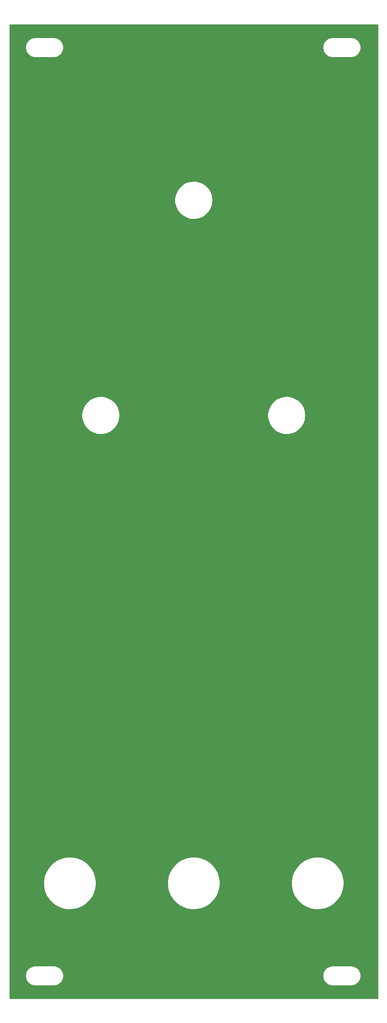
<source format=gbr>
G04 #@! TF.GenerationSoftware,KiCad,Pcbnew,(5.0.2-5)-5*
G04 #@! TF.CreationDate,2021-05-21T23:49:56+01:00*
G04 #@! TF.ProjectId,VCA_Kicad_Project-20210521,5643415f-4b69-4636-9164-5f50726f6a65,rev?*
G04 #@! TF.SameCoordinates,Original*
G04 #@! TF.FileFunction,Copper,L2,Bot*
G04 #@! TF.FilePolarity,Positive*
%FSLAX46Y46*%
G04 Gerber Fmt 4.6, Leading zero omitted, Abs format (unit mm)*
G04 Created by KiCad (PCBNEW (5.0.2-5)-5) date Friday, 21 May 2021 at 23:49:56*
%MOMM*%
%LPD*%
G01*
G04 APERTURE LIST*
G04 #@! TA.AperFunction,ComponentPad*
%ADD10C,4.000000*%
G04 #@! TD*
G04 #@! TA.AperFunction,Conductor*
%ADD11C,0.254000*%
G04 #@! TD*
G04 APERTURE END LIST*
D10*
G04 #@! TO.P,H1,1*
G04 #@! TO.N,GND*
X163869480Y-82707520D03*
G04 #@! TD*
G04 #@! TO.P,H2,1*
G04 #@! TO.N,GND*
X125769480Y-82707520D03*
G04 #@! TD*
G04 #@! TO.P,H3,1*
G04 #@! TO.N,GND*
X144819480Y-38657520D03*
G04 #@! TD*
D11*
G04 #@! TO.N,GND*
G36*
X190992481Y-201980520D02*
X115646480Y-201980520D01*
X115646480Y-197315466D01*
X118792480Y-197315466D01*
X118792480Y-197499573D01*
X118799046Y-197532583D01*
X118876047Y-198018744D01*
X118876047Y-198018745D01*
X118917330Y-198145801D01*
X119144593Y-198591830D01*
X119223118Y-198699911D01*
X119577090Y-199053882D01*
X119685170Y-199132407D01*
X120131199Y-199359670D01*
X120258255Y-199400953D01*
X120744412Y-199477953D01*
X120777426Y-199484520D01*
X124661534Y-199484520D01*
X124694548Y-199477953D01*
X125180705Y-199400953D01*
X125307761Y-199359670D01*
X125753790Y-199132407D01*
X125764924Y-199124318D01*
X125861871Y-199053882D01*
X126215842Y-198699910D01*
X126294367Y-198591830D01*
X126521630Y-198145801D01*
X126562913Y-198018745D01*
X126562913Y-198018744D01*
X126639914Y-197532584D01*
X126646480Y-197499573D01*
X126646480Y-197315466D01*
X179752480Y-197315466D01*
X179752480Y-197499573D01*
X179759046Y-197532583D01*
X179836047Y-198018744D01*
X179836047Y-198018745D01*
X179877330Y-198145801D01*
X180104593Y-198591830D01*
X180183118Y-198699911D01*
X180537090Y-199053882D01*
X180645170Y-199132407D01*
X181091199Y-199359670D01*
X181218255Y-199400953D01*
X181704412Y-199477953D01*
X181737426Y-199484520D01*
X185621534Y-199484520D01*
X185654548Y-199477953D01*
X186140705Y-199400953D01*
X186267761Y-199359670D01*
X186713790Y-199132407D01*
X186724924Y-199124318D01*
X186821871Y-199053882D01*
X187175842Y-198699910D01*
X187254367Y-198591830D01*
X187481630Y-198145801D01*
X187522913Y-198018745D01*
X187522913Y-198018744D01*
X187599914Y-197532584D01*
X187606480Y-197499573D01*
X187606480Y-197315466D01*
X187599913Y-197282452D01*
X187522913Y-196796295D01*
X187481630Y-196669239D01*
X187254367Y-196223210D01*
X187175842Y-196115130D01*
X187175841Y-196115129D01*
X186821871Y-195761158D01*
X186713790Y-195682633D01*
X186267761Y-195455370D01*
X186140705Y-195414087D01*
X185654548Y-195337087D01*
X185621534Y-195330520D01*
X181737426Y-195330520D01*
X181704412Y-195337087D01*
X181218255Y-195414087D01*
X181091199Y-195455370D01*
X180645170Y-195682633D01*
X180537090Y-195761158D01*
X180183118Y-196115129D01*
X180166516Y-196137980D01*
X180104593Y-196223210D01*
X179877330Y-196669239D01*
X179836047Y-196796295D01*
X179759047Y-197282452D01*
X179752480Y-197315466D01*
X126646480Y-197315466D01*
X126639913Y-197282452D01*
X126562913Y-196796295D01*
X126521630Y-196669239D01*
X126294367Y-196223210D01*
X126215842Y-196115130D01*
X126215841Y-196115129D01*
X125861871Y-195761158D01*
X125753790Y-195682633D01*
X125307761Y-195455370D01*
X125180705Y-195414087D01*
X124694548Y-195337087D01*
X124661534Y-195330520D01*
X120777426Y-195330520D01*
X120744412Y-195337087D01*
X120258255Y-195414087D01*
X120131199Y-195455370D01*
X119685170Y-195682633D01*
X119577090Y-195761158D01*
X119223118Y-196115129D01*
X119206516Y-196137980D01*
X119144593Y-196223210D01*
X118917330Y-196669239D01*
X118876047Y-196796295D01*
X118799047Y-197282452D01*
X118792480Y-197315466D01*
X115646480Y-197315466D01*
X115646480Y-178115500D01*
X122483228Y-178115500D01*
X122508579Y-179083583D01*
X122704961Y-180031876D01*
X123066167Y-180930406D01*
X123580782Y-181750771D01*
X124232537Y-182467041D01*
X125000831Y-183056574D01*
X125861381Y-183500737D01*
X126786985Y-183785490D01*
X127748386Y-183901832D01*
X128715194Y-183846086D01*
X129656851Y-183620015D01*
X130543592Y-183230762D01*
X131347388Y-182690634D01*
X132042832Y-182016702D01*
X132607942Y-181230269D01*
X133024855Y-180356192D01*
X133280393Y-179422101D01*
X133366480Y-178457520D01*
X133359015Y-178172446D01*
X133350911Y-178115500D01*
X147883228Y-178115500D01*
X147908579Y-179083583D01*
X148104961Y-180031876D01*
X148466167Y-180930406D01*
X148980782Y-181750771D01*
X149632537Y-182467041D01*
X150400831Y-183056574D01*
X151261381Y-183500737D01*
X152186985Y-183785490D01*
X153148386Y-183901832D01*
X154115194Y-183846086D01*
X155056851Y-183620015D01*
X155943592Y-183230762D01*
X156747388Y-182690634D01*
X157442832Y-182016702D01*
X158007942Y-181230269D01*
X158424855Y-180356192D01*
X158680393Y-179422101D01*
X158766480Y-178457520D01*
X158759015Y-178172446D01*
X158750911Y-178115500D01*
X173283228Y-178115500D01*
X173308579Y-179083583D01*
X173504961Y-180031876D01*
X173866167Y-180930406D01*
X174380782Y-181750771D01*
X175032537Y-182467041D01*
X175800831Y-183056574D01*
X176661381Y-183500737D01*
X177586985Y-183785490D01*
X178548386Y-183901832D01*
X179515194Y-183846086D01*
X180456851Y-183620015D01*
X181343592Y-183230762D01*
X182147388Y-182690634D01*
X182842832Y-182016702D01*
X183407942Y-181230269D01*
X183824855Y-180356192D01*
X184080393Y-179422101D01*
X184166480Y-178457520D01*
X184159015Y-178172446D01*
X184022564Y-177213693D01*
X183718489Y-176294255D01*
X183256402Y-175443196D01*
X182650908Y-174687416D01*
X181921146Y-174050804D01*
X181090184Y-173553484D01*
X180184286Y-173211173D01*
X179232088Y-173034694D01*
X178263687Y-173029623D01*
X177309693Y-173196122D01*
X176400260Y-173528927D01*
X175564135Y-174017519D01*
X174827747Y-174646454D01*
X174214372Y-175395852D01*
X173743398Y-176242026D01*
X173429712Y-177158228D01*
X173283228Y-178115500D01*
X158750911Y-178115500D01*
X158622564Y-177213693D01*
X158318489Y-176294255D01*
X157856402Y-175443196D01*
X157250908Y-174687416D01*
X156521146Y-174050804D01*
X155690184Y-173553484D01*
X154784286Y-173211173D01*
X153832088Y-173034694D01*
X152863687Y-173029623D01*
X151909693Y-173196122D01*
X151000260Y-173528927D01*
X150164135Y-174017519D01*
X149427747Y-174646454D01*
X148814372Y-175395852D01*
X148343398Y-176242026D01*
X148029712Y-177158228D01*
X147883228Y-178115500D01*
X133350911Y-178115500D01*
X133222564Y-177213693D01*
X132918489Y-176294255D01*
X132456402Y-175443196D01*
X131850908Y-174687416D01*
X131121146Y-174050804D01*
X130290184Y-173553484D01*
X129384286Y-173211173D01*
X128432088Y-173034694D01*
X127463687Y-173029623D01*
X126509693Y-173196122D01*
X125600260Y-173528927D01*
X124764135Y-174017519D01*
X124027747Y-174646454D01*
X123414372Y-175395852D01*
X122943398Y-176242026D01*
X122629712Y-177158228D01*
X122483228Y-178115500D01*
X115646480Y-178115500D01*
X115646480Y-82402942D01*
X123846451Y-82402942D01*
X123851472Y-83042266D01*
X124063311Y-83645494D01*
X124459125Y-84147582D01*
X124996233Y-84494388D01*
X125616720Y-84648518D01*
X126253679Y-84593351D01*
X126838427Y-84334837D01*
X127307912Y-83900850D01*
X127611508Y-83338187D01*
X127716480Y-82707520D01*
X127716240Y-82676938D01*
X127646476Y-82294946D01*
X130344102Y-82294946D01*
X130347078Y-83147488D01*
X130533055Y-83979503D01*
X130893357Y-84752173D01*
X131411174Y-85429448D01*
X132062346Y-85979731D01*
X132816492Y-86377348D01*
X133638429Y-86603747D01*
X134489807Y-86648366D01*
X135330907Y-86509123D01*
X136122484Y-86192514D01*
X136827609Y-85713312D01*
X137413384Y-85093873D01*
X137852478Y-84363097D01*
X138124405Y-83555080D01*
X138216480Y-82707520D01*
X138216384Y-82679965D01*
X138171836Y-82294946D01*
X168444102Y-82294946D01*
X168447078Y-83147488D01*
X168633055Y-83979503D01*
X168993357Y-84752173D01*
X169511174Y-85429448D01*
X170162346Y-85979731D01*
X170916492Y-86377348D01*
X171738429Y-86603747D01*
X172589807Y-86648366D01*
X173430907Y-86509123D01*
X174222484Y-86192514D01*
X174927609Y-85713312D01*
X175513384Y-85093873D01*
X175952478Y-84363097D01*
X176224405Y-83555080D01*
X176316480Y-82707520D01*
X176316384Y-82679965D01*
X176218395Y-81833068D01*
X175940832Y-81026969D01*
X175496647Y-80299277D01*
X174906563Y-79683943D01*
X174198109Y-79209674D01*
X173404341Y-78898600D01*
X172562290Y-78765232D01*
X171711244Y-78815794D01*
X170890908Y-79047925D01*
X170139555Y-79450797D01*
X169492241Y-80005613D01*
X168979165Y-80686487D01*
X168624266Y-81461653D01*
X168444102Y-82294946D01*
X138171836Y-82294946D01*
X138118395Y-81833068D01*
X137840832Y-81026969D01*
X137396647Y-80299277D01*
X136806563Y-79683943D01*
X136098109Y-79209674D01*
X135304341Y-78898600D01*
X134462290Y-78765232D01*
X133611244Y-78815794D01*
X132790908Y-79047925D01*
X132039555Y-79450797D01*
X131392241Y-80005613D01*
X130879165Y-80686487D01*
X130524266Y-81461653D01*
X130344102Y-82294946D01*
X127646476Y-82294946D01*
X127601375Y-82047997D01*
X127288978Y-81490173D01*
X126812735Y-81063614D01*
X126223998Y-80814316D01*
X125586251Y-80769161D01*
X124968262Y-80933018D01*
X124436667Y-81288218D01*
X124048788Y-81796461D01*
X123846451Y-82402942D01*
X115646480Y-82402942D01*
X115646480Y-38244946D01*
X149394102Y-38244946D01*
X149397078Y-39097488D01*
X149583055Y-39929503D01*
X149943357Y-40702173D01*
X150461174Y-41379448D01*
X151112346Y-41929731D01*
X151866492Y-42327348D01*
X152688429Y-42553747D01*
X153539807Y-42598366D01*
X154380907Y-42459123D01*
X155172484Y-42142514D01*
X155877609Y-41663312D01*
X156463384Y-41043873D01*
X156902478Y-40313097D01*
X157174405Y-39505080D01*
X157266480Y-38657520D01*
X157266384Y-38629965D01*
X157168395Y-37783068D01*
X156890832Y-36976969D01*
X156446647Y-36249277D01*
X155856563Y-35633943D01*
X155148109Y-35159674D01*
X154354341Y-34848600D01*
X153512290Y-34715232D01*
X152661244Y-34765794D01*
X151840908Y-34997925D01*
X151089555Y-35400797D01*
X150442241Y-35955613D01*
X149929165Y-36636487D01*
X149574266Y-37411653D01*
X149394102Y-38244946D01*
X115646480Y-38244946D01*
X115646480Y-7315467D01*
X118792480Y-7315467D01*
X118792480Y-7499574D01*
X118799047Y-7532588D01*
X118876047Y-8018744D01*
X118876047Y-8018745D01*
X118917330Y-8145801D01*
X119144593Y-8591830D01*
X119223118Y-8699911D01*
X119577090Y-9053882D01*
X119685170Y-9132407D01*
X120131199Y-9359670D01*
X120258255Y-9400953D01*
X120744412Y-9477953D01*
X120777426Y-9484520D01*
X124661534Y-9484520D01*
X124694548Y-9477953D01*
X125180705Y-9400953D01*
X125307761Y-9359670D01*
X125753790Y-9132407D01*
X125764924Y-9124318D01*
X125861871Y-9053882D01*
X126215842Y-8699910D01*
X126294367Y-8591830D01*
X126521630Y-8145801D01*
X126562913Y-8018745D01*
X126562913Y-8018744D01*
X126639913Y-7532588D01*
X126646480Y-7499574D01*
X126646480Y-7315467D01*
X126646480Y-7315466D01*
X179752480Y-7315466D01*
X179752480Y-7499573D01*
X179759046Y-7532583D01*
X179836047Y-8018744D01*
X179836047Y-8018745D01*
X179877330Y-8145801D01*
X180104593Y-8591830D01*
X180183118Y-8699911D01*
X180537090Y-9053882D01*
X180645170Y-9132407D01*
X181091199Y-9359670D01*
X181218255Y-9400953D01*
X181704412Y-9477953D01*
X181737426Y-9484520D01*
X185621534Y-9484520D01*
X185654548Y-9477953D01*
X186140705Y-9400953D01*
X186267761Y-9359670D01*
X186713790Y-9132407D01*
X186724924Y-9124318D01*
X186821871Y-9053882D01*
X187175842Y-8699910D01*
X187254367Y-8591830D01*
X187481630Y-8145801D01*
X187522913Y-8018745D01*
X187522913Y-8018744D01*
X187599914Y-7532584D01*
X187606480Y-7499573D01*
X187606480Y-7315466D01*
X187599913Y-7282452D01*
X187522913Y-6796295D01*
X187481630Y-6669239D01*
X187254367Y-6223210D01*
X187175842Y-6115130D01*
X187175841Y-6115129D01*
X186821871Y-5761158D01*
X186713790Y-5682633D01*
X186267761Y-5455370D01*
X186140705Y-5414087D01*
X185654548Y-5337087D01*
X185621534Y-5330520D01*
X181737426Y-5330520D01*
X181704412Y-5337087D01*
X181218255Y-5414087D01*
X181091199Y-5455370D01*
X180645170Y-5682633D01*
X180537090Y-5761158D01*
X180183118Y-6115129D01*
X180166516Y-6137980D01*
X180104593Y-6223210D01*
X179877330Y-6669239D01*
X179836047Y-6796295D01*
X179759047Y-7282452D01*
X179752480Y-7315466D01*
X126646480Y-7315466D01*
X126639914Y-7282456D01*
X126562913Y-6796295D01*
X126521630Y-6669239D01*
X126294367Y-6223210D01*
X126215842Y-6115130D01*
X126215841Y-6115129D01*
X125861871Y-5761158D01*
X125753790Y-5682633D01*
X125307761Y-5455370D01*
X125180705Y-5414087D01*
X124694548Y-5337087D01*
X124661534Y-5330520D01*
X120777426Y-5330520D01*
X120744412Y-5337087D01*
X120258255Y-5414087D01*
X120131199Y-5455370D01*
X119685170Y-5682633D01*
X119577090Y-5761158D01*
X119223118Y-6115129D01*
X119206516Y-6137980D01*
X119144593Y-6223210D01*
X118917330Y-6669239D01*
X118876047Y-6796295D01*
X118799046Y-7282457D01*
X118792480Y-7315467D01*
X115646480Y-7315467D01*
X115646480Y-2834520D01*
X190992480Y-2834520D01*
X190992481Y-201980520D01*
X190992481Y-201980520D01*
G37*
X190992481Y-201980520D02*
X115646480Y-201980520D01*
X115646480Y-197315466D01*
X118792480Y-197315466D01*
X118792480Y-197499573D01*
X118799046Y-197532583D01*
X118876047Y-198018744D01*
X118876047Y-198018745D01*
X118917330Y-198145801D01*
X119144593Y-198591830D01*
X119223118Y-198699911D01*
X119577090Y-199053882D01*
X119685170Y-199132407D01*
X120131199Y-199359670D01*
X120258255Y-199400953D01*
X120744412Y-199477953D01*
X120777426Y-199484520D01*
X124661534Y-199484520D01*
X124694548Y-199477953D01*
X125180705Y-199400953D01*
X125307761Y-199359670D01*
X125753790Y-199132407D01*
X125764924Y-199124318D01*
X125861871Y-199053882D01*
X126215842Y-198699910D01*
X126294367Y-198591830D01*
X126521630Y-198145801D01*
X126562913Y-198018745D01*
X126562913Y-198018744D01*
X126639914Y-197532584D01*
X126646480Y-197499573D01*
X126646480Y-197315466D01*
X179752480Y-197315466D01*
X179752480Y-197499573D01*
X179759046Y-197532583D01*
X179836047Y-198018744D01*
X179836047Y-198018745D01*
X179877330Y-198145801D01*
X180104593Y-198591830D01*
X180183118Y-198699911D01*
X180537090Y-199053882D01*
X180645170Y-199132407D01*
X181091199Y-199359670D01*
X181218255Y-199400953D01*
X181704412Y-199477953D01*
X181737426Y-199484520D01*
X185621534Y-199484520D01*
X185654548Y-199477953D01*
X186140705Y-199400953D01*
X186267761Y-199359670D01*
X186713790Y-199132407D01*
X186724924Y-199124318D01*
X186821871Y-199053882D01*
X187175842Y-198699910D01*
X187254367Y-198591830D01*
X187481630Y-198145801D01*
X187522913Y-198018745D01*
X187522913Y-198018744D01*
X187599914Y-197532584D01*
X187606480Y-197499573D01*
X187606480Y-197315466D01*
X187599913Y-197282452D01*
X187522913Y-196796295D01*
X187481630Y-196669239D01*
X187254367Y-196223210D01*
X187175842Y-196115130D01*
X187175841Y-196115129D01*
X186821871Y-195761158D01*
X186713790Y-195682633D01*
X186267761Y-195455370D01*
X186140705Y-195414087D01*
X185654548Y-195337087D01*
X185621534Y-195330520D01*
X181737426Y-195330520D01*
X181704412Y-195337087D01*
X181218255Y-195414087D01*
X181091199Y-195455370D01*
X180645170Y-195682633D01*
X180537090Y-195761158D01*
X180183118Y-196115129D01*
X180166516Y-196137980D01*
X180104593Y-196223210D01*
X179877330Y-196669239D01*
X179836047Y-196796295D01*
X179759047Y-197282452D01*
X179752480Y-197315466D01*
X126646480Y-197315466D01*
X126639913Y-197282452D01*
X126562913Y-196796295D01*
X126521630Y-196669239D01*
X126294367Y-196223210D01*
X126215842Y-196115130D01*
X126215841Y-196115129D01*
X125861871Y-195761158D01*
X125753790Y-195682633D01*
X125307761Y-195455370D01*
X125180705Y-195414087D01*
X124694548Y-195337087D01*
X124661534Y-195330520D01*
X120777426Y-195330520D01*
X120744412Y-195337087D01*
X120258255Y-195414087D01*
X120131199Y-195455370D01*
X119685170Y-195682633D01*
X119577090Y-195761158D01*
X119223118Y-196115129D01*
X119206516Y-196137980D01*
X119144593Y-196223210D01*
X118917330Y-196669239D01*
X118876047Y-196796295D01*
X118799047Y-197282452D01*
X118792480Y-197315466D01*
X115646480Y-197315466D01*
X115646480Y-178115500D01*
X122483228Y-178115500D01*
X122508579Y-179083583D01*
X122704961Y-180031876D01*
X123066167Y-180930406D01*
X123580782Y-181750771D01*
X124232537Y-182467041D01*
X125000831Y-183056574D01*
X125861381Y-183500737D01*
X126786985Y-183785490D01*
X127748386Y-183901832D01*
X128715194Y-183846086D01*
X129656851Y-183620015D01*
X130543592Y-183230762D01*
X131347388Y-182690634D01*
X132042832Y-182016702D01*
X132607942Y-181230269D01*
X133024855Y-180356192D01*
X133280393Y-179422101D01*
X133366480Y-178457520D01*
X133359015Y-178172446D01*
X133350911Y-178115500D01*
X147883228Y-178115500D01*
X147908579Y-179083583D01*
X148104961Y-180031876D01*
X148466167Y-180930406D01*
X148980782Y-181750771D01*
X149632537Y-182467041D01*
X150400831Y-183056574D01*
X151261381Y-183500737D01*
X152186985Y-183785490D01*
X153148386Y-183901832D01*
X154115194Y-183846086D01*
X155056851Y-183620015D01*
X155943592Y-183230762D01*
X156747388Y-182690634D01*
X157442832Y-182016702D01*
X158007942Y-181230269D01*
X158424855Y-180356192D01*
X158680393Y-179422101D01*
X158766480Y-178457520D01*
X158759015Y-178172446D01*
X158750911Y-178115500D01*
X173283228Y-178115500D01*
X173308579Y-179083583D01*
X173504961Y-180031876D01*
X173866167Y-180930406D01*
X174380782Y-181750771D01*
X175032537Y-182467041D01*
X175800831Y-183056574D01*
X176661381Y-183500737D01*
X177586985Y-183785490D01*
X178548386Y-183901832D01*
X179515194Y-183846086D01*
X180456851Y-183620015D01*
X181343592Y-183230762D01*
X182147388Y-182690634D01*
X182842832Y-182016702D01*
X183407942Y-181230269D01*
X183824855Y-180356192D01*
X184080393Y-179422101D01*
X184166480Y-178457520D01*
X184159015Y-178172446D01*
X184022564Y-177213693D01*
X183718489Y-176294255D01*
X183256402Y-175443196D01*
X182650908Y-174687416D01*
X181921146Y-174050804D01*
X181090184Y-173553484D01*
X180184286Y-173211173D01*
X179232088Y-173034694D01*
X178263687Y-173029623D01*
X177309693Y-173196122D01*
X176400260Y-173528927D01*
X175564135Y-174017519D01*
X174827747Y-174646454D01*
X174214372Y-175395852D01*
X173743398Y-176242026D01*
X173429712Y-177158228D01*
X173283228Y-178115500D01*
X158750911Y-178115500D01*
X158622564Y-177213693D01*
X158318489Y-176294255D01*
X157856402Y-175443196D01*
X157250908Y-174687416D01*
X156521146Y-174050804D01*
X155690184Y-173553484D01*
X154784286Y-173211173D01*
X153832088Y-173034694D01*
X152863687Y-173029623D01*
X151909693Y-173196122D01*
X151000260Y-173528927D01*
X150164135Y-174017519D01*
X149427747Y-174646454D01*
X148814372Y-175395852D01*
X148343398Y-176242026D01*
X148029712Y-177158228D01*
X147883228Y-178115500D01*
X133350911Y-178115500D01*
X133222564Y-177213693D01*
X132918489Y-176294255D01*
X132456402Y-175443196D01*
X131850908Y-174687416D01*
X131121146Y-174050804D01*
X130290184Y-173553484D01*
X129384286Y-173211173D01*
X128432088Y-173034694D01*
X127463687Y-173029623D01*
X126509693Y-173196122D01*
X125600260Y-173528927D01*
X124764135Y-174017519D01*
X124027747Y-174646454D01*
X123414372Y-175395852D01*
X122943398Y-176242026D01*
X122629712Y-177158228D01*
X122483228Y-178115500D01*
X115646480Y-178115500D01*
X115646480Y-82402942D01*
X123846451Y-82402942D01*
X123851472Y-83042266D01*
X124063311Y-83645494D01*
X124459125Y-84147582D01*
X124996233Y-84494388D01*
X125616720Y-84648518D01*
X126253679Y-84593351D01*
X126838427Y-84334837D01*
X127307912Y-83900850D01*
X127611508Y-83338187D01*
X127716480Y-82707520D01*
X127716240Y-82676938D01*
X127646476Y-82294946D01*
X130344102Y-82294946D01*
X130347078Y-83147488D01*
X130533055Y-83979503D01*
X130893357Y-84752173D01*
X131411174Y-85429448D01*
X132062346Y-85979731D01*
X132816492Y-86377348D01*
X133638429Y-86603747D01*
X134489807Y-86648366D01*
X135330907Y-86509123D01*
X136122484Y-86192514D01*
X136827609Y-85713312D01*
X137413384Y-85093873D01*
X137852478Y-84363097D01*
X138124405Y-83555080D01*
X138216480Y-82707520D01*
X138216384Y-82679965D01*
X138171836Y-82294946D01*
X168444102Y-82294946D01*
X168447078Y-83147488D01*
X168633055Y-83979503D01*
X168993357Y-84752173D01*
X169511174Y-85429448D01*
X170162346Y-85979731D01*
X170916492Y-86377348D01*
X171738429Y-86603747D01*
X172589807Y-86648366D01*
X173430907Y-86509123D01*
X174222484Y-86192514D01*
X174927609Y-85713312D01*
X175513384Y-85093873D01*
X175952478Y-84363097D01*
X176224405Y-83555080D01*
X176316480Y-82707520D01*
X176316384Y-82679965D01*
X176218395Y-81833068D01*
X175940832Y-81026969D01*
X175496647Y-80299277D01*
X174906563Y-79683943D01*
X174198109Y-79209674D01*
X173404341Y-78898600D01*
X172562290Y-78765232D01*
X171711244Y-78815794D01*
X170890908Y-79047925D01*
X170139555Y-79450797D01*
X169492241Y-80005613D01*
X168979165Y-80686487D01*
X168624266Y-81461653D01*
X168444102Y-82294946D01*
X138171836Y-82294946D01*
X138118395Y-81833068D01*
X137840832Y-81026969D01*
X137396647Y-80299277D01*
X136806563Y-79683943D01*
X136098109Y-79209674D01*
X135304341Y-78898600D01*
X134462290Y-78765232D01*
X133611244Y-78815794D01*
X132790908Y-79047925D01*
X132039555Y-79450797D01*
X131392241Y-80005613D01*
X130879165Y-80686487D01*
X130524266Y-81461653D01*
X130344102Y-82294946D01*
X127646476Y-82294946D01*
X127601375Y-82047997D01*
X127288978Y-81490173D01*
X126812735Y-81063614D01*
X126223998Y-80814316D01*
X125586251Y-80769161D01*
X124968262Y-80933018D01*
X124436667Y-81288218D01*
X124048788Y-81796461D01*
X123846451Y-82402942D01*
X115646480Y-82402942D01*
X115646480Y-38244946D01*
X149394102Y-38244946D01*
X149397078Y-39097488D01*
X149583055Y-39929503D01*
X149943357Y-40702173D01*
X150461174Y-41379448D01*
X151112346Y-41929731D01*
X151866492Y-42327348D01*
X152688429Y-42553747D01*
X153539807Y-42598366D01*
X154380907Y-42459123D01*
X155172484Y-42142514D01*
X155877609Y-41663312D01*
X156463384Y-41043873D01*
X156902478Y-40313097D01*
X157174405Y-39505080D01*
X157266480Y-38657520D01*
X157266384Y-38629965D01*
X157168395Y-37783068D01*
X156890832Y-36976969D01*
X156446647Y-36249277D01*
X155856563Y-35633943D01*
X155148109Y-35159674D01*
X154354341Y-34848600D01*
X153512290Y-34715232D01*
X152661244Y-34765794D01*
X151840908Y-34997925D01*
X151089555Y-35400797D01*
X150442241Y-35955613D01*
X149929165Y-36636487D01*
X149574266Y-37411653D01*
X149394102Y-38244946D01*
X115646480Y-38244946D01*
X115646480Y-7315467D01*
X118792480Y-7315467D01*
X118792480Y-7499574D01*
X118799047Y-7532588D01*
X118876047Y-8018744D01*
X118876047Y-8018745D01*
X118917330Y-8145801D01*
X119144593Y-8591830D01*
X119223118Y-8699911D01*
X119577090Y-9053882D01*
X119685170Y-9132407D01*
X120131199Y-9359670D01*
X120258255Y-9400953D01*
X120744412Y-9477953D01*
X120777426Y-9484520D01*
X124661534Y-9484520D01*
X124694548Y-9477953D01*
X125180705Y-9400953D01*
X125307761Y-9359670D01*
X125753790Y-9132407D01*
X125764924Y-9124318D01*
X125861871Y-9053882D01*
X126215842Y-8699910D01*
X126294367Y-8591830D01*
X126521630Y-8145801D01*
X126562913Y-8018745D01*
X126562913Y-8018744D01*
X126639913Y-7532588D01*
X126646480Y-7499574D01*
X126646480Y-7315467D01*
X126646480Y-7315466D01*
X179752480Y-7315466D01*
X179752480Y-7499573D01*
X179759046Y-7532583D01*
X179836047Y-8018744D01*
X179836047Y-8018745D01*
X179877330Y-8145801D01*
X180104593Y-8591830D01*
X180183118Y-8699911D01*
X180537090Y-9053882D01*
X180645170Y-9132407D01*
X181091199Y-9359670D01*
X181218255Y-9400953D01*
X181704412Y-9477953D01*
X181737426Y-9484520D01*
X185621534Y-9484520D01*
X185654548Y-9477953D01*
X186140705Y-9400953D01*
X186267761Y-9359670D01*
X186713790Y-9132407D01*
X186724924Y-9124318D01*
X186821871Y-9053882D01*
X187175842Y-8699910D01*
X187254367Y-8591830D01*
X187481630Y-8145801D01*
X187522913Y-8018745D01*
X187522913Y-8018744D01*
X187599914Y-7532584D01*
X187606480Y-7499573D01*
X187606480Y-7315466D01*
X187599913Y-7282452D01*
X187522913Y-6796295D01*
X187481630Y-6669239D01*
X187254367Y-6223210D01*
X187175842Y-6115130D01*
X187175841Y-6115129D01*
X186821871Y-5761158D01*
X186713790Y-5682633D01*
X186267761Y-5455370D01*
X186140705Y-5414087D01*
X185654548Y-5337087D01*
X185621534Y-5330520D01*
X181737426Y-5330520D01*
X181704412Y-5337087D01*
X181218255Y-5414087D01*
X181091199Y-5455370D01*
X180645170Y-5682633D01*
X180537090Y-5761158D01*
X180183118Y-6115129D01*
X180166516Y-6137980D01*
X180104593Y-6223210D01*
X179877330Y-6669239D01*
X179836047Y-6796295D01*
X179759047Y-7282452D01*
X179752480Y-7315466D01*
X126646480Y-7315466D01*
X126639914Y-7282456D01*
X126562913Y-6796295D01*
X126521630Y-6669239D01*
X126294367Y-6223210D01*
X126215842Y-6115130D01*
X126215841Y-6115129D01*
X125861871Y-5761158D01*
X125753790Y-5682633D01*
X125307761Y-5455370D01*
X125180705Y-5414087D01*
X124694548Y-5337087D01*
X124661534Y-5330520D01*
X120777426Y-5330520D01*
X120744412Y-5337087D01*
X120258255Y-5414087D01*
X120131199Y-5455370D01*
X119685170Y-5682633D01*
X119577090Y-5761158D01*
X119223118Y-6115129D01*
X119206516Y-6137980D01*
X119144593Y-6223210D01*
X118917330Y-6669239D01*
X118876047Y-6796295D01*
X118799046Y-7282457D01*
X118792480Y-7315467D01*
X115646480Y-7315467D01*
X115646480Y-2834520D01*
X190992480Y-2834520D01*
X190992481Y-201980520D01*
G36*
X126036324Y-81668230D02*
X126358581Y-81810699D01*
X126617316Y-82049871D01*
X126784630Y-82359957D01*
X126842480Y-82707520D01*
X126842348Y-82724374D01*
X126779045Y-83070986D01*
X126606882Y-83378405D01*
X126344422Y-83613484D01*
X126019967Y-83750873D01*
X125668502Y-83775758D01*
X125327925Y-83685456D01*
X125034961Y-83489703D01*
X124821199Y-83209609D01*
X124709690Y-82875374D01*
X124712458Y-82523040D01*
X124829203Y-82190598D01*
X125047338Y-81913896D01*
X125343340Y-81722769D01*
X125685293Y-81637828D01*
X126036324Y-81668230D01*
X126036324Y-81668230D01*
G37*
X126036324Y-81668230D02*
X126358581Y-81810699D01*
X126617316Y-82049871D01*
X126784630Y-82359957D01*
X126842480Y-82707520D01*
X126842348Y-82724374D01*
X126779045Y-83070986D01*
X126606882Y-83378405D01*
X126344422Y-83613484D01*
X126019967Y-83750873D01*
X125668502Y-83775758D01*
X125327925Y-83685456D01*
X125034961Y-83489703D01*
X124821199Y-83209609D01*
X124709690Y-82875374D01*
X124712458Y-82523040D01*
X124829203Y-82190598D01*
X125047338Y-81913896D01*
X125343340Y-81722769D01*
X125685293Y-81637828D01*
X126036324Y-81668230D01*
G04 #@! TD*
M02*

</source>
